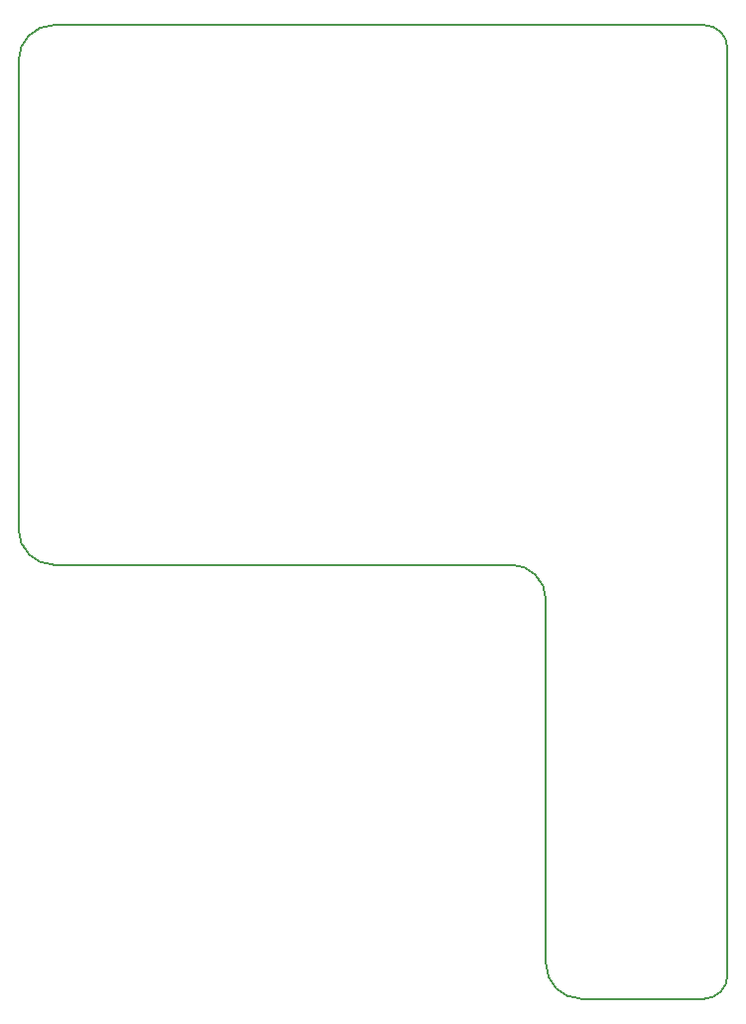
<source format=gbr>
G04 #@! TF.GenerationSoftware,KiCad,Pcbnew,(5.0.0)*
G04 #@! TF.CreationDate,2019-02-20T18:13:07-05:00*
G04 #@! TF.ProjectId,AVR_LCD 2.0,4156525F4C434420322E302E6B696361,rev?*
G04 #@! TF.SameCoordinates,Original*
G04 #@! TF.FileFunction,Profile,NP*
%FSLAX46Y46*%
G04 Gerber Fmt 4.6, Leading zero omitted, Abs format (unit mm)*
G04 Created by KiCad (PCBNEW (5.0.0)) date 02/20/19 18:13:07*
%MOMM*%
%LPD*%
G01*
G04 APERTURE LIST*
%ADD10C,0.150000*%
%ADD11C,0.200000*%
G04 APERTURE END LIST*
D10*
X114840000Y-136600000D02*
X114340000Y-136600000D01*
D11*
X114840000Y-53600000D02*
X114340000Y-53600000D01*
D10*
X64340000Y-53600000D02*
X59340000Y-53600000D01*
X56340000Y-56600000D02*
G75*
G02X59340000Y-53600000I3000000J0D01*
G01*
X56340000Y-96600000D02*
X56340000Y-56600000D01*
X106340000Y-53600000D02*
X64340000Y-53600000D01*
X59340000Y-99600000D02*
G75*
G02X56340000Y-96600000I0J3000000D01*
G01*
X59340000Y-99600000D02*
X98340000Y-99600000D01*
X98340000Y-99600000D02*
G75*
G02X101340000Y-102600000I0J-3000000D01*
G01*
X101340000Y-133600000D02*
X101340000Y-102600000D01*
X114340000Y-53600000D02*
X106340000Y-53600000D01*
X116840000Y-56600000D02*
X116840000Y-55600000D01*
X114840000Y-53600000D02*
G75*
G02X116840000Y-55600000I0J-2000000D01*
G01*
X116840000Y-134600000D02*
X116840000Y-56600000D01*
X116840000Y-134600000D02*
G75*
G02X114840000Y-136600000I-2000000J0D01*
G01*
X104340000Y-136600000D02*
X114340000Y-136600000D01*
X104340000Y-136600000D02*
G75*
G02X101340000Y-133600000I0J3000000D01*
G01*
M02*

</source>
